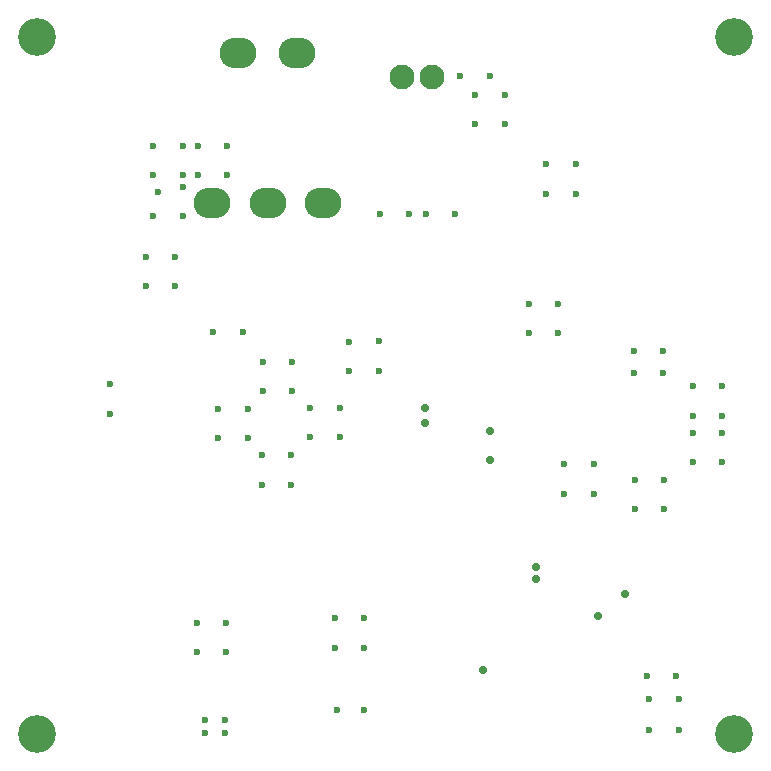
<source format=gbs>
G04*
G04 #@! TF.GenerationSoftware,Altium Limited,Altium Designer,21.8.1 (53)*
G04*
G04 Layer_Color=16711935*
%FSLAX43Y43*%
%MOMM*%
G71*
G04*
G04 #@! TF.SameCoordinates,061CAFB7-BDB9-4B98-80DD-AB2B8D11B62C*
G04*
G04*
G04 #@! TF.FilePolarity,Negative*
G04*
G01*
G75*
%ADD34C,2.100*%
%ADD35O,3.100X2.600*%
%ADD36C,0.600*%
%ADD37C,0.700*%
%ADD38C,3.200*%
D34*
X36386Y58615D02*
D03*
X33886D02*
D03*
D35*
X20000Y60600D02*
D03*
X25000D02*
D03*
X27200Y47900D02*
D03*
X22500D02*
D03*
X17800D02*
D03*
D36*
X9200Y30100D02*
D03*
Y32600D02*
D03*
X12800Y50300D02*
D03*
X13260Y48840D02*
D03*
X15300Y50300D02*
D03*
X16600D02*
D03*
X17200Y3100D02*
D03*
X18900D02*
D03*
X38400Y47000D02*
D03*
X35900D02*
D03*
X12200Y40900D02*
D03*
X26100Y28100D02*
D03*
X31900Y36240D02*
D03*
Y33700D02*
D03*
X29400D02*
D03*
X24600Y34500D02*
D03*
X22100D02*
D03*
X44600Y39400D02*
D03*
X47100D02*
D03*
Y36900D02*
D03*
X48600Y51200D02*
D03*
X50100Y25800D02*
D03*
X47600D02*
D03*
Y23300D02*
D03*
X50100D02*
D03*
X38800Y58700D02*
D03*
X41300D02*
D03*
X42600Y54600D02*
D03*
X40100D02*
D03*
Y57100D02*
D03*
X42600D02*
D03*
X32000Y47000D02*
D03*
X34500D02*
D03*
X48600Y48700D02*
D03*
X46100D02*
D03*
Y51200D02*
D03*
X44600Y36900D02*
D03*
X61000Y26000D02*
D03*
X58500D02*
D03*
Y28500D02*
D03*
X61000D02*
D03*
Y29900D02*
D03*
X58500D02*
D03*
Y32400D02*
D03*
X61000D02*
D03*
X56100Y22000D02*
D03*
X53600D02*
D03*
Y24500D02*
D03*
X56100D02*
D03*
X30700Y10300D02*
D03*
X28200D02*
D03*
Y12800D02*
D03*
X30700D02*
D03*
X28400Y5000D02*
D03*
X30700D02*
D03*
X29400Y36200D02*
D03*
X20800Y28000D02*
D03*
X18300D02*
D03*
Y30500D02*
D03*
X20800D02*
D03*
X28600Y28100D02*
D03*
X26100Y30600D02*
D03*
X28600D02*
D03*
X24500Y24100D02*
D03*
X22000D02*
D03*
Y26600D02*
D03*
X24500D02*
D03*
X24600Y32000D02*
D03*
X22100D02*
D03*
X17900Y37000D02*
D03*
X20400D02*
D03*
X12800Y52800D02*
D03*
X15300D02*
D03*
X19100Y50300D02*
D03*
X16600Y52800D02*
D03*
X19100D02*
D03*
X15300Y46800D02*
D03*
X12800D02*
D03*
X15300Y49300D02*
D03*
X14700Y40900D02*
D03*
X12200Y43400D02*
D03*
X14700D02*
D03*
X17200Y4200D02*
D03*
X18900D02*
D03*
X16500Y9900D02*
D03*
X19000D02*
D03*
Y12400D02*
D03*
X16500D02*
D03*
X54600Y7900D02*
D03*
X57100D02*
D03*
X57300Y3300D02*
D03*
X54800D02*
D03*
X57300Y5900D02*
D03*
X54800D02*
D03*
X53500Y35400D02*
D03*
X56000D02*
D03*
X53500Y33500D02*
D03*
X56000D02*
D03*
D37*
X41300Y28600D02*
D03*
X50500Y13000D02*
D03*
X41300Y26200D02*
D03*
X52724Y14824D02*
D03*
X40700Y8400D02*
D03*
X45200Y17100D02*
D03*
Y16100D02*
D03*
X35800Y30600D02*
D03*
Y29300D02*
D03*
D38*
X62000Y62000D02*
D03*
X3000D02*
D03*
X62000Y3000D02*
D03*
X3000D02*
D03*
M02*

</source>
